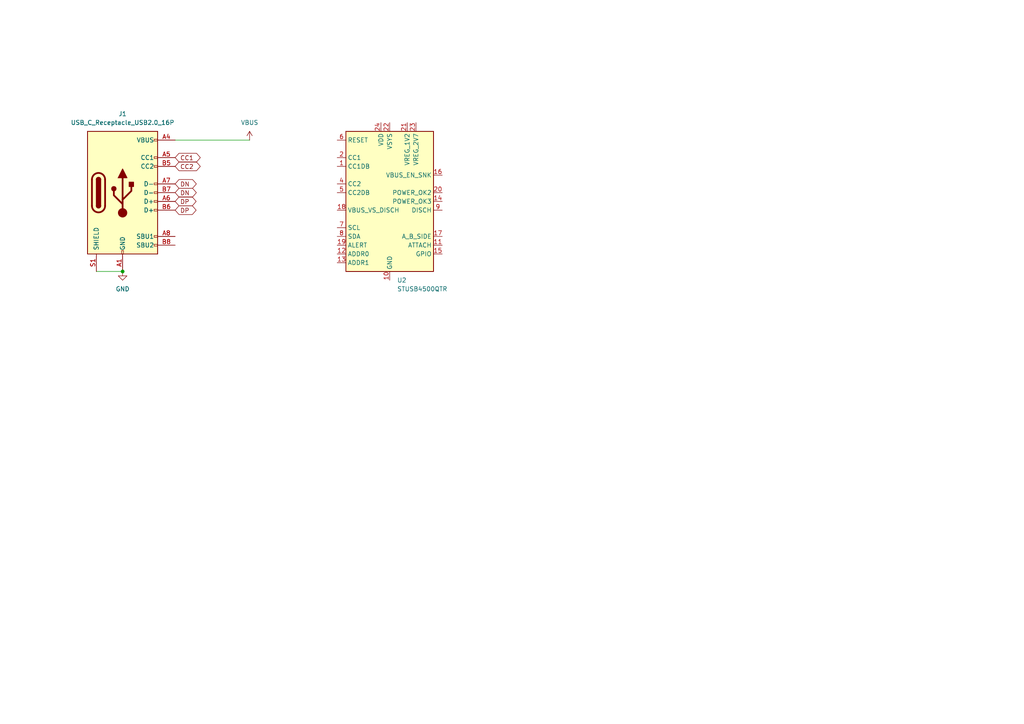
<source format=kicad_sch>
(kicad_sch (version 20250114) (generator "eeschema") (generator_version "9.0")
  (paper "A4")
  (lib_symbols
    (symbol "Connector:USB_C_Receptacle_USB2.0_16P" (pin_names (offset 1.016))
      (property "Reference" "J" (at 0 22.225 0))
      (property "Value" "USB_C_Receptacle_USB2.0_16P" (at 0 19.685 0))
      (symbol "USB_C_Receptacle_USB2.0_16P_0_0"
        (rectangle (start -0.254 -17.78) (end 0.254 -16.764))
        (rectangle (start 10.16 15.494) (end 9.144 14.986))
        (rectangle (start 10.16 10.414) (end 9.144 9.906))
        (rectangle (start 10.16 7.874) (end 9.144 7.366))
        (rectangle (start 10.16 2.794) (end 9.144 2.286))
        (rectangle (start 10.16 0.254) (end 9.144 -0.254))
        (rectangle (start 10.16 -2.286) (end 9.144 -2.794))
        (rectangle (start 10.16 -4.826) (end 9.144 -5.334))
        (rectangle (start 10.16 -12.446) (end 9.144 -12.954))
        (rectangle (start 10.16 -14.986) (end 9.144 -15.494))
      )
      (symbol "USB_C_Receptacle_USB2.0_16P_0_1"
        (rectangle (start -10.16 17.78) (end 10.16 -17.78) (stroke (width 0.254)) (fill (type background)))
        (polyline (pts (xy -8.89 -3.81) (xy -8.89 3.81)) (stroke (width 0.508)))
        (rectangle (start -7.62 -3.81) (end -6.35 3.81) (stroke (width 0.254)) (fill (type outline)))
        (arc (start -7.62 3.81) (mid -6.985 4.4423) (end -6.35 3.81) (stroke (width 0.254)))
        (arc (start -7.62 3.81) (mid -6.985 4.4423) (end -6.35 3.81) (stroke (width 0.254)) (fill (type outline)))
        (arc (start -8.89 3.81) (mid -6.985 5.7067) (end -5.08 3.81) (stroke (width 0.508)))
        (arc (start -5.08 -3.81) (mid -6.985 -5.7067) (end -8.89 -3.81) (stroke (width 0.508)))
        (arc (start -6.35 -3.81) (mid -6.985 -4.4423) (end -7.62 -3.81) (stroke (width 0.254)))
        (arc (start -6.35 -3.81) (mid -6.985 -4.4423) (end -7.62 -3.81) (stroke (width 0.254)) (fill (type outline)))
        (polyline (pts (xy -5.08 3.81) (xy -5.08 -3.81)) (stroke (width 0.508)))
        (circle (center -2.54 1.143) (radius 0.635) (stroke (width 0.254)) (fill (type outline)))
        (polyline (pts (xy -1.27 4.318) (xy 0 6.858) (xy 1.27 4.318) (xy -1.27 4.318)) (stroke (width 0.254)) (fill (type outline)))
        (polyline (pts (xy 0 -2.032) (xy 2.54 0.508) (xy 2.54 1.778)) (stroke (width 0.508)))
        (polyline (pts (xy 0 -3.302) (xy -2.54 -0.762) (xy -2.54 0.508)) (stroke (width 0.508)))
        (polyline (pts (xy 0 -5.842) (xy 0 4.318)) (stroke (width 0.508)))
        (circle (center 0 -5.842) (radius 1.27) (fill (type outline)))
        (rectangle (start 1.905 1.778) (end 3.175 3.048) (stroke (width 0.254)) (fill (type outline)))
      )
      (symbol "USB_C_Receptacle_USB2.0_16P_1_1"
        (pin passive line (at -7.62 -22.86 90) (length 5.08) (name "SHIELD") (number "S1"))
        (pin passive line (at 0 -22.86 90) (length 5.08) (name "GND") (number "A1"))
        (pin passive line (at 0 -22.86 90) (length 5.08) (hide yes) (name "GND") (number "A12"))
        (pin passive line (at 0 -22.86 90) (length 5.08) (hide yes) (name "GND") (number "B1"))
        (pin passive line (at 0 -22.86 90) (length 5.08) (hide yes) (name "GND") (number "B12"))
        (pin passive line (at 15.24 15.24 180) (length 5.08) (name "VBUS") (number "A4"))
        (pin passive line (at 15.24 15.24 180) (length 5.08) (hide yes) (name "VBUS") (number "A9"))
        (pin passive line (at 15.24 15.24 180) (length 5.08) (hide yes) (name "VBUS") (number "B4"))
        (pin passive line (at 15.24 15.24 180) (length 5.08) (hide yes) (name "VBUS") (number "B9"))
        (pin bidirectional line (at 15.24 10.16 180) (length 5.08) (name "CC1") (number "A5"))
        (pin bidirectional line (at 15.24 7.62 180) (length 5.08) (name "CC2") (number "B5"))
        (pin bidirectional line (at 15.24 2.54 180) (length 5.08) (name "D-") (number "A7"))
        (pin bidirectional line (at 15.24 0 180) (length 5.08) (name "D-") (number "B7"))
        (pin bidirectional line (at 15.24 -2.54 180) (length 5.08) (name "D+") (number "A6"))
        (pin bidirectional line (at 15.24 -5.08 180) (length 5.08) (name "D+") (number "B6"))
        (pin bidirectional line (at 15.24 -12.7 180) (length 5.08) (name "SBU1") (number "A8"))
        (pin bidirectional line (at 15.24 -15.24 180) (length 5.08) (name "SBU2") (number "B8"))
      )
    )
    (symbol "Interface_USB:STUSB4500QTR"
      (property "Reference" "U" (at -12.7 21.59 0))
      (property "Value" "STUSB4500QTR" (at 8.89 -21.59 0))
      (symbol "STUSB4500QTR_0_1"
        (rectangle (start -12.7 20.32) (end 12.7 -20.32) (stroke (width 0.254)) (fill (type background)))
      )
      (symbol "STUSB4500QTR_1_1"
        (pin input line (at -15.24 17.78 0) (length 2.54) (name "RESET") (number "6"))
        (pin bidirectional line (at -15.24 12.7 0) (length 2.54) (name "CC1") (number "2"))
        (pin bidirectional line (at -15.24 10.16 0) (length 2.54) (name "CC1DB") (number "1"))
        (pin bidirectional line (at -15.24 5.08 0) (length 2.54) (name "CC2") (number "4"))
        (pin bidirectional line (at -15.24 2.54 0) (length 2.54) (name "CC2DB") (number "5"))
        (pin input line (at -15.24 -2.54 0) (length 2.54) (name "VBUS_VS_DISCH") (number "18"))
        (pin input line (at -15.24 -7.62 0) (length 2.54) (name "SCL") (number "7"))
        (pin bidirectional line (at -15.24 -10.16 0) (length 2.54) (name "SDA") (number "8"))
        (pin open_collector line (at -15.24 -12.7 0) (length 2.54) (name "ALERT") (number "19"))
        (pin input line (at -15.24 -15.24 0) (length 2.54) (name "ADDR0") (number "12"))
        (pin input line (at -15.24 -17.78 0) (length 2.54) (name "ADDR1") (number "13"))
        (pin no_connect line (at -12.7 15.24 0) (length 2.54) (hide yes) (name "NC") (number "3"))
        (pin power_in line (at -2.54 22.86 270) (length 2.54) (name "VDD") (number "24"))
        (pin power_in line (at 0 22.86 270) (length 2.54) (name "VSYS") (number "22"))
        (pin power_in line (at 0 -22.86 90) (length 2.54) (name "GND") (number "10"))
        (pin passive line (at 0 -22.86 90) (length 2.54) (hide yes) (name "GND") (number "25"))
        (pin power_out line (at 5.08 22.86 270) (length 2.54) (name "VREG_1V2") (number "21"))
        (pin power_out line (at 7.62 22.86 270) (length 2.54) (name "VREG_2V7") (number "23"))
        (pin open_collector line (at 15.24 7.62 180) (length 2.54) (name "VBUS_EN_SNK") (number "16"))
        (pin open_collector line (at 15.24 2.54 180) (length 2.54) (name "POWER_OK2") (number "20"))
        (pin open_collector line (at 15.24 0 180) (length 2.54) (name "POWER_OK3") (number "14"))
        (pin bidirectional line (at 15.24 -2.54 180) (length 2.54) (name "DISCH") (number "9"))
        (pin open_collector line (at 15.24 -10.16 180) (length 2.54) (name "A_B_SIDE") (number "17"))
        (pin open_collector line (at 15.24 -12.7 180) (length 2.54) (name "ATTACH") (number "11"))
        (pin open_collector line (at 15.24 -15.24 180) (length 2.54) (name "GPIO") (number "15"))
      )
    )
    (symbol "power:GND" (power) (pin_numbers (hide yes)) (pin_names (offset 0) (hide yes))
      (property "Value" "GND" (at 0 -3.81 0))
      (symbol "GND_0_1"
        (polyline (pts (xy 0 0) (xy 0 -1.27) (xy 1.27 -1.27) (xy 0 -2.54) (xy -1.27 -1.27) (xy 0 -1.27)))
      )
      (symbol "GND_1_1"
        (pin power_in line (at 0 0 270) (length 0) (name "~") (number "1"))
      )
    )
    (symbol "power:VBUS" (power) (pin_numbers (hide yes)) (pin_names (offset 0) (hide yes))
      (property "Value" "VBUS" (at 0 3.556 0))
      (symbol "VBUS_0_1"
        (polyline (pts (xy -0.762 1.27) (xy 0 2.54)))
        (polyline (pts (xy 0 2.54) (xy 0.762 1.27)))
        (polyline (pts (xy 0 0) (xy 0 2.54)))
      )
      (symbol "VBUS_1_1"
        (pin power_in line (at 0 0 90) (length 0) (name "~") (number "1"))
      )
    )
  )
  (junction (at 35.56 78.74))
  (wire (pts (xy 50.8 40.64) (xy 72.39 40.64)))
  (wire (pts (xy 27.94 78.74) (xy 35.56 78.74)))
  (global_label "DN" (shape bidirectional) (at 50.8 55.88 0) (property "Intersheetrefs" "${INTERSHEET_REFS}" (effects (hide yes))))
  (global_label "DP" (shape bidirectional) (at 50.8 60.96 0) (property "Intersheetrefs" "${INTERSHEET_REFS}" (effects (hide yes))))
  (global_label "CC2" (shape bidirectional) (at 50.8 48.26 0) (property "Intersheetrefs" "${INTERSHEET_REFS}" (effects (hide yes))))
  (global_label "CC1" (shape bidirectional) (at 50.8 45.72 0) (property "Intersheetrefs" "${INTERSHEET_REFS}" (effects (hide yes))))
  (global_label "DP" (shape bidirectional) (at 50.8 58.42 0) (property "Intersheetrefs" "${INTERSHEET_REFS}" (effects (hide yes))))
  (global_label "DN" (shape bidirectional) (at 50.8 53.34 0) (property "Intersheetrefs" "${INTERSHEET_REFS}" (effects (hide yes))))
  (symbol (lib_id "Connector:USB_C_Receptacle_USB2.0_16P") (at 35.56 55.88 0) (unit 1)
    (property "Reference" "J1" (at 35.56 33.02 0))
    (property "Value" "USB_C_Receptacle_USB2.0_16P" (at 35.56 35.56 0))
    (property "Datasheet" "https://www.usb.org/sites/default/files/documents/usb_type-c.zip" (effects (hide yes)))
    (property "Description" "USB 2.0-only 16P Type-C Receptacle connector" (effects (hide yes)))
  )
  (symbol (lib_id "power:VBUS") (at 72.39 40.64 0) (unit 1)
    (property "Reference" "#PWR03" (effects (hide yes)))
    (property "Value" "VBUS" (at 72.39 35.56 0))
    (property "Description" "Power symbol creates a global label with name \"VBUS\"" (effects (hide yes)))
  )
  (symbol (lib_id "Interface_USB:STUSB4500QTR") (at 113.03 58.42 0) (unit 1)
    (property "Reference" "U2" (at 115.1733 81.28 0) (effects (justify left)))
    (property "Value" "STUSB4500QTR" (at 115.1733 83.82 0) (effects (justify left)))
    (property "Footprint" "Package_DFN_QFN:QFN-24-1EP_4x4mm_P0.5mm_EP2.7x2.7mm" (effects (hide yes)))
    (property "Datasheet" "https://www.st.com/resource/en/datasheet/stusb4500.pdf" (effects (hide yes)))
    (property "Description" "Stand-alone USB PD controller (with sink Auto-run mode), QFN-24" (effects (hide yes)))
  )
  (symbol (lib_id "power:GND") (at 35.56 78.74 0) (unit 1)
    (property "Reference" "#PWR04" (effects (hide yes)))
    (property "Value" "GND" (at 35.56 83.82 0))
    (property "Description" "Power symbol creates a global label with name \"GND\" , ground" (effects (hide yes)))
  )
)
</source>
